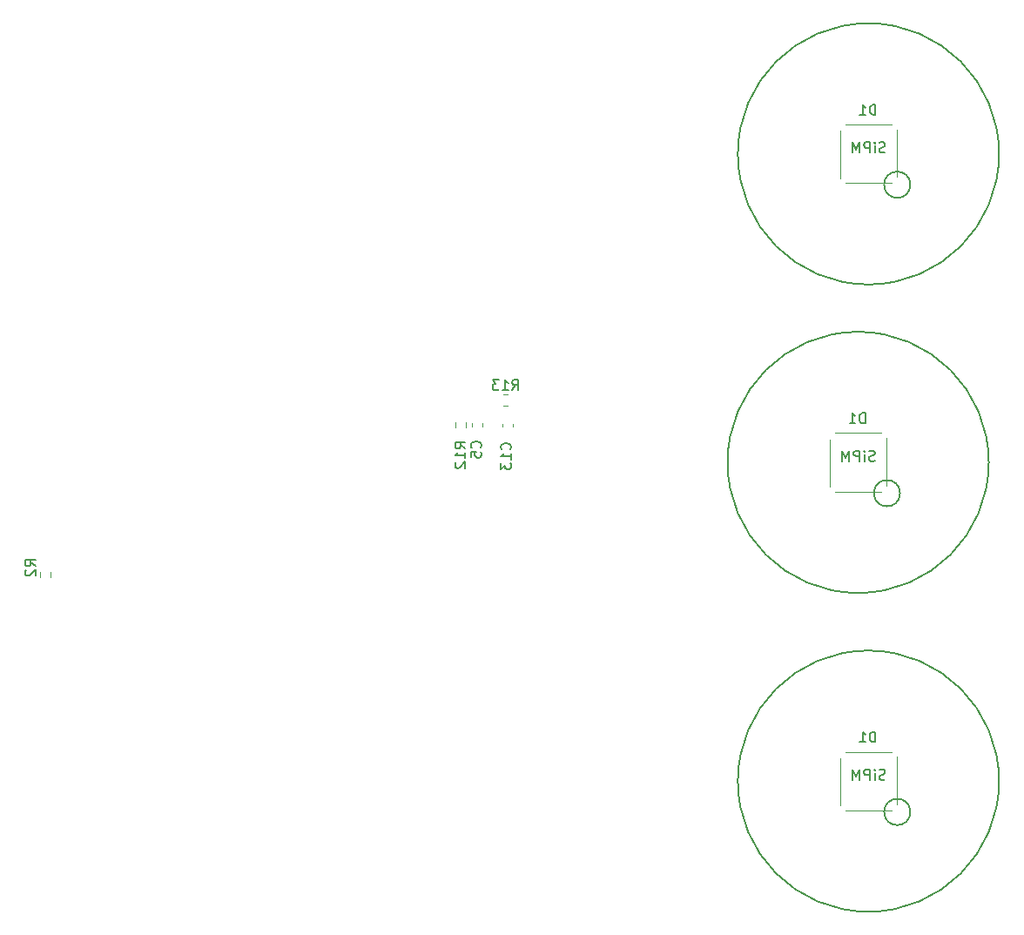
<source format=gbo>
%MOIN*%
%OFA0B0*%
%FSLAX46Y46*%
%IPPOS*%
%LPD*%
%ADD10C,0.005905511811023622*%
%ADD11C,0.0047244094488188976*%
%ADD22C,0.005905511811023622*%
%ADD23C,0.0078740157480314977*%
%ADD24C,0.0047244094488188976*%
%ADD25C,0.005905511811023622*%
%ADD26C,0.0078740157480314977*%
%ADD27C,0.0047244094488188976*%
%ADD28C,0.005905511811023622*%
%ADD29C,0.0078740157480314977*%
%ADD30C,0.0047244094488188976*%
G01*
D10*
X0002866518Y0001920978D02*
X0002868393Y0001922853D01*
X0002868393Y0001922853D02*
X0002870268Y0001928477D01*
X0002870268Y0001928477D02*
X0002870268Y0001932227D01*
X0002870268Y0001932227D02*
X0002868393Y0001937851D01*
X0002868393Y0001937851D02*
X0002864644Y0001941601D01*
X0002864644Y0001941601D02*
X0002860894Y0001943475D01*
X0002860894Y0001943475D02*
X0002853395Y0001945350D01*
X0002853395Y0001945350D02*
X0002847771Y0001945350D01*
X0002847771Y0001945350D02*
X0002840272Y0001943475D01*
X0002840272Y0001943475D02*
X0002836522Y0001941601D01*
X0002836522Y0001941601D02*
X0002832773Y0001937851D01*
X0002832773Y0001937851D02*
X0002830898Y0001932227D01*
X0002830898Y0001932227D02*
X0002830898Y0001928477D01*
X0002830898Y0001928477D02*
X0002832773Y0001922853D01*
X0002832773Y0001922853D02*
X0002834647Y0001920978D01*
X0002870268Y0001883483D02*
X0002870268Y0001905980D01*
X0002870268Y0001894731D02*
X0002830898Y0001894731D01*
X0002830898Y0001894731D02*
X0002836522Y0001898481D01*
X0002836522Y0001898481D02*
X0002840272Y0001902230D01*
X0002840272Y0001902230D02*
X0002842146Y0001905980D01*
X0002830898Y0001870359D02*
X0002830898Y0001845988D01*
X0002830898Y0001845988D02*
X0002845896Y0001859111D01*
X0002845896Y0001859111D02*
X0002845896Y0001853487D01*
X0002845896Y0001853487D02*
X0002847771Y0001849737D01*
X0002847771Y0001849737D02*
X0002849646Y0001847862D01*
X0002849646Y0001847862D02*
X0002853395Y0001845988D01*
X0002853395Y0001845988D02*
X0002862769Y0001845988D01*
X0002862769Y0001845988D02*
X0002866518Y0001847862D01*
X0002866518Y0001847862D02*
X0002868393Y0001849737D01*
X0002868393Y0001849737D02*
X0002870268Y0001853487D01*
X0002870268Y0001853487D02*
X0002870268Y0001864735D01*
X0002870268Y0001864735D02*
X0002868393Y0001868485D01*
X0002868393Y0001868485D02*
X0002866518Y0001870359D01*
X0002873734Y0002148629D02*
X0002886857Y0002167376D01*
X0002896231Y0002148629D02*
X0002896231Y0002187999D01*
X0002896231Y0002187999D02*
X0002881233Y0002187999D01*
X0002881233Y0002187999D02*
X0002877484Y0002186124D01*
X0002877484Y0002186124D02*
X0002875609Y0002184249D01*
X0002875609Y0002184249D02*
X0002873734Y0002180500D01*
X0002873734Y0002180500D02*
X0002873734Y0002174875D01*
X0002873734Y0002174875D02*
X0002875609Y0002171126D01*
X0002875609Y0002171126D02*
X0002877484Y0002169251D01*
X0002877484Y0002169251D02*
X0002881233Y0002167376D01*
X0002881233Y0002167376D02*
X0002896231Y0002167376D01*
X0002836239Y0002148629D02*
X0002858736Y0002148629D01*
X0002847487Y0002148629D02*
X0002847487Y0002187999D01*
X0002847487Y0002187999D02*
X0002851237Y0002182374D01*
X0002851237Y0002182374D02*
X0002854986Y0002178625D01*
X0002854986Y0002178625D02*
X0002858736Y0002176750D01*
X0002823115Y0002187999D02*
X0002798743Y0002187999D01*
X0002798743Y0002187999D02*
X0002811867Y0002173001D01*
X0002811867Y0002173001D02*
X0002806242Y0002173001D01*
X0002806242Y0002173001D02*
X0002802493Y0002171126D01*
X0002802493Y0002171126D02*
X0002800618Y0002169251D01*
X0002800618Y0002169251D02*
X0002798743Y0002165502D01*
X0002798743Y0002165502D02*
X0002798743Y0002156128D01*
X0002798743Y0002156128D02*
X0002800618Y0002152378D01*
X0002800618Y0002152378D02*
X0002802493Y0002150503D01*
X0002802493Y0002150503D02*
X0002806242Y0002148629D01*
X0002806242Y0002148629D02*
X0002817491Y0002148629D01*
X0002817491Y0002148629D02*
X0002821241Y0002150503D01*
X0002821241Y0002150503D02*
X0002823115Y0002152378D01*
X0002752345Y0001927821D02*
X0002754220Y0001929696D01*
X0002754220Y0001929696D02*
X0002756095Y0001935320D01*
X0002756095Y0001935320D02*
X0002756095Y0001939070D01*
X0002756095Y0001939070D02*
X0002754220Y0001944694D01*
X0002754220Y0001944694D02*
X0002750470Y0001948443D01*
X0002750470Y0001948443D02*
X0002746721Y0001950318D01*
X0002746721Y0001950318D02*
X0002739222Y0001952193D01*
X0002739222Y0001952193D02*
X0002733598Y0001952193D01*
X0002733598Y0001952193D02*
X0002726098Y0001950318D01*
X0002726098Y0001950318D02*
X0002722349Y0001948443D01*
X0002722349Y0001948443D02*
X0002718599Y0001944694D01*
X0002718599Y0001944694D02*
X0002716725Y0001939070D01*
X0002716725Y0001939070D02*
X0002716725Y0001935320D01*
X0002716725Y0001935320D02*
X0002718599Y0001929696D01*
X0002718599Y0001929696D02*
X0002720474Y0001927821D01*
X0002716725Y0001892200D02*
X0002716725Y0001910948D01*
X0002716725Y0001910948D02*
X0002735472Y0001912823D01*
X0002735472Y0001912823D02*
X0002733598Y0001910948D01*
X0002733598Y0001910948D02*
X0002731723Y0001907199D01*
X0002731723Y0001907199D02*
X0002731723Y0001897825D01*
X0002731723Y0001897825D02*
X0002733598Y0001894075D01*
X0002733598Y0001894075D02*
X0002735472Y0001892200D01*
X0002735472Y0001892200D02*
X0002739222Y0001890326D01*
X0002739222Y0001890326D02*
X0002748596Y0001890326D01*
X0002748596Y0001890326D02*
X0002752345Y0001892200D01*
X0002752345Y0001892200D02*
X0002754220Y0001894075D01*
X0002754220Y0001894075D02*
X0002756095Y0001897825D01*
X0002756095Y0001897825D02*
X0002756095Y0001907199D01*
X0002756095Y0001907199D02*
X0002754220Y0001910948D01*
X0002754220Y0001910948D02*
X0002752345Y0001912823D01*
X0001049402Y0001475065D02*
X0001030654Y0001488188D01*
X0001049402Y0001497562D02*
X0001010032Y0001497562D01*
X0001010032Y0001497562D02*
X0001010032Y0001482564D01*
X0001010032Y0001482564D02*
X0001011907Y0001478815D01*
X0001011907Y0001478815D02*
X0001013781Y0001476940D01*
X0001013781Y0001476940D02*
X0001017531Y0001475065D01*
X0001017531Y0001475065D02*
X0001023155Y0001475065D01*
X0001023155Y0001475065D02*
X0001026905Y0001476940D01*
X0001026905Y0001476940D02*
X0001028779Y0001478815D01*
X0001028779Y0001478815D02*
X0001030654Y0001482564D01*
X0001030654Y0001482564D02*
X0001030654Y0001497562D01*
X0001013781Y0001460067D02*
X0001011907Y0001458192D01*
X0001011907Y0001458192D02*
X0001010032Y0001454443D01*
X0001010032Y0001454443D02*
X0001010032Y0001445069D01*
X0001010032Y0001445069D02*
X0001011907Y0001441319D01*
X0001011907Y0001441319D02*
X0001013781Y0001439445D01*
X0001013781Y0001439445D02*
X0001017531Y0001437570D01*
X0001017531Y0001437570D02*
X0001021280Y0001437570D01*
X0001021280Y0001437570D02*
X0001026905Y0001439445D01*
X0001026905Y0001439445D02*
X0001049402Y0001461942D01*
X0001049402Y0001461942D02*
X0001049402Y0001437570D01*
X0002695071Y0001924915D02*
X0002676323Y0001938039D01*
X0002695071Y0001947412D02*
X0002655701Y0001947412D01*
X0002655701Y0001947412D02*
X0002655701Y0001932414D01*
X0002655701Y0001932414D02*
X0002657576Y0001928665D01*
X0002657576Y0001928665D02*
X0002659451Y0001926790D01*
X0002659451Y0001926790D02*
X0002663200Y0001924915D01*
X0002663200Y0001924915D02*
X0002668824Y0001924915D01*
X0002668824Y0001924915D02*
X0002672574Y0001926790D01*
X0002672574Y0001926790D02*
X0002674449Y0001928665D01*
X0002674449Y0001928665D02*
X0002676323Y0001932414D01*
X0002676323Y0001932414D02*
X0002676323Y0001947412D01*
X0002695071Y0001887420D02*
X0002695071Y0001909917D01*
X0002695071Y0001898668D02*
X0002655701Y0001898668D01*
X0002655701Y0001898668D02*
X0002661325Y0001902418D01*
X0002661325Y0001902418D02*
X0002665075Y0001906167D01*
X0002665075Y0001906167D02*
X0002666950Y0001909917D01*
X0002659451Y0001872422D02*
X0002657576Y0001870547D01*
X0002657576Y0001870547D02*
X0002655701Y0001866797D01*
X0002655701Y0001866797D02*
X0002655701Y0001857424D01*
X0002655701Y0001857424D02*
X0002657576Y0001853674D01*
X0002657576Y0001853674D02*
X0002659451Y0001851799D01*
X0002659451Y0001851799D02*
X0002663200Y0001849925D01*
X0002663200Y0001849925D02*
X0002666950Y0001849925D01*
X0002666950Y0001849925D02*
X0002672574Y0001851799D01*
X0002672574Y0001851799D02*
X0002695071Y0001874296D01*
X0002695071Y0001874296D02*
X0002695071Y0001849925D01*
D11*
X0002876377Y0002008244D02*
X0002876377Y0002019314D01*
X0002836220Y0002008244D02*
X0002836220Y0002019314D01*
X0002857766Y0002130807D02*
X0002839084Y0002130807D01*
X0002857766Y0002089665D02*
X0002839084Y0002089665D01*
X0002760236Y0002010213D02*
X0002760236Y0002021282D01*
X0002720078Y0002010213D02*
X0002720078Y0002021282D01*
X0001066043Y0001451762D02*
X0001066043Y0001433080D01*
X0001107185Y0001451762D02*
X0001107185Y0001433080D01*
X0002697736Y0002006407D02*
X0002697736Y0002025088D01*
X0002656594Y0002006407D02*
X0002656594Y0002025088D01*
G04 next file*
G04 Gerber Fmt 4.6, Leading zero omitted, Abs format (unit mm)*
G04 Created by KiCad (PCBNEW 7.0.6) date 2023-08-28 22:53:50*
G01*
G04 APERTURE LIST*
G04 APERTURE END LIST*
D22*
X0004398612Y0000533464D02*
G75*
G03*
X0004398612Y0000533464I-0000050187D01*
G01*
D23*
X0004738188Y0000651574D02*
G75*
G03*
X0004738188Y0000651574I-0000500000D01*
G01*
D22*
X0004265279Y0000800991D02*
X0004265279Y0000840361D01*
X0004265279Y0000840361D02*
X0004255905Y0000840361D01*
X0004255905Y0000840361D02*
X0004250281Y0000838486D01*
X0004250281Y0000838486D02*
X0004246531Y0000834737D01*
X0004246531Y0000834737D02*
X0004244656Y0000830987D01*
X0004244656Y0000830987D02*
X0004242782Y0000823488D01*
X0004242782Y0000823488D02*
X0004242782Y0000817864D01*
X0004242782Y0000817864D02*
X0004244656Y0000810365D01*
X0004244656Y0000810365D02*
X0004246531Y0000806615D01*
X0004246531Y0000806615D02*
X0004250281Y0000802866D01*
X0004250281Y0000802866D02*
X0004255905Y0000800991D01*
X0004255905Y0000800991D02*
X0004265279Y0000800991D01*
X0004205286Y0000800991D02*
X0004227784Y0000800991D01*
X0004216535Y0000800991D02*
X0004216535Y0000840361D01*
X0004216535Y0000840361D02*
X0004220284Y0000834737D01*
X0004220284Y0000834737D02*
X0004224034Y0000830987D01*
X0004224034Y0000830987D02*
X0004227784Y0000829112D01*
X0004301607Y0000658574D02*
X0004295983Y0000656699D01*
X0004295983Y0000656699D02*
X0004286609Y0000656699D01*
X0004286609Y0000656699D02*
X0004282860Y0000658574D01*
X0004282860Y0000658574D02*
X0004280985Y0000660449D01*
X0004280985Y0000660449D02*
X0004279110Y0000664199D01*
X0004279110Y0000664199D02*
X0004279110Y0000667948D01*
X0004279110Y0000667948D02*
X0004280985Y0000671698D01*
X0004280985Y0000671698D02*
X0004282860Y0000673572D01*
X0004282860Y0000673572D02*
X0004286609Y0000675447D01*
X0004286609Y0000675447D02*
X0004294108Y0000677322D01*
X0004294108Y0000677322D02*
X0004297858Y0000679197D01*
X0004297858Y0000679197D02*
X0004299733Y0000681071D01*
X0004299733Y0000681071D02*
X0004301607Y0000684821D01*
X0004301607Y0000684821D02*
X0004301607Y0000688571D01*
X0004301607Y0000688571D02*
X0004299733Y0000692320D01*
X0004299733Y0000692320D02*
X0004297858Y0000694195D01*
X0004297858Y0000694195D02*
X0004294108Y0000696070D01*
X0004294108Y0000696070D02*
X0004284735Y0000696070D01*
X0004284735Y0000696070D02*
X0004279110Y0000694195D01*
X0004262237Y0000656699D02*
X0004262237Y0000682946D01*
X0004262237Y0000696070D02*
X0004264112Y0000694195D01*
X0004264112Y0000694195D02*
X0004262237Y0000692320D01*
X0004262237Y0000692320D02*
X0004260363Y0000694195D01*
X0004260363Y0000694195D02*
X0004262237Y0000696070D01*
X0004262237Y0000696070D02*
X0004262237Y0000692320D01*
X0004243490Y0000656699D02*
X0004243490Y0000696070D01*
X0004243490Y0000696070D02*
X0004228492Y0000696070D01*
X0004228492Y0000696070D02*
X0004224742Y0000694195D01*
X0004224742Y0000694195D02*
X0004222867Y0000692320D01*
X0004222867Y0000692320D02*
X0004220992Y0000688571D01*
X0004220992Y0000688571D02*
X0004220992Y0000682946D01*
X0004220992Y0000682946D02*
X0004222867Y0000679197D01*
X0004222867Y0000679197D02*
X0004224742Y0000677322D01*
X0004224742Y0000677322D02*
X0004228492Y0000675447D01*
X0004228492Y0000675447D02*
X0004243490Y0000675447D01*
X0004204120Y0000656699D02*
X0004204120Y0000696070D01*
X0004204120Y0000696070D02*
X0004190996Y0000667948D01*
X0004190996Y0000667948D02*
X0004177873Y0000696070D01*
X0004177873Y0000696070D02*
X0004177873Y0000656699D01*
D24*
X0004129921Y0000740157D02*
X0004129921Y0000559055D01*
X0004149606Y0000539370D02*
X0004326771Y0000539370D01*
X0004326771Y0000763779D02*
X0004149606Y0000763779D01*
X0004346456Y0000562992D02*
X0004346456Y0000744094D01*
G04 next file*
G04 Gerber Fmt 4.6, Leading zero omitted, Abs format (unit mm)*
G04 Created by KiCad (PCBNEW 7.0.6) date 2023-08-28 22:53:50*
G01*
G04 APERTURE LIST*
G04 APERTURE END LIST*
D25*
X0004398612Y0002935039D02*
G75*
G03*
X0004398612Y0002935039I-0000050187D01*
G01*
D26*
X0004738188Y0003053149D02*
G75*
G03*
X0004738188Y0003053149I-0000500000D01*
G01*
D25*
X0004265279Y0003202566D02*
X0004265279Y0003241936D01*
X0004265279Y0003241936D02*
X0004255905Y0003241936D01*
X0004255905Y0003241936D02*
X0004250281Y0003240061D01*
X0004250281Y0003240061D02*
X0004246531Y0003236311D01*
X0004246531Y0003236311D02*
X0004244656Y0003232562D01*
X0004244656Y0003232562D02*
X0004242782Y0003225063D01*
X0004242782Y0003225063D02*
X0004242782Y0003219439D01*
X0004242782Y0003219439D02*
X0004244656Y0003211940D01*
X0004244656Y0003211940D02*
X0004246531Y0003208190D01*
X0004246531Y0003208190D02*
X0004250281Y0003204440D01*
X0004250281Y0003204440D02*
X0004255905Y0003202566D01*
X0004255905Y0003202566D02*
X0004265279Y0003202566D01*
X0004205286Y0003202566D02*
X0004227784Y0003202566D01*
X0004216535Y0003202566D02*
X0004216535Y0003241936D01*
X0004216535Y0003241936D02*
X0004220284Y0003236311D01*
X0004220284Y0003236311D02*
X0004224034Y0003232562D01*
X0004224034Y0003232562D02*
X0004227784Y0003230687D01*
X0004301607Y0003060149D02*
X0004295983Y0003058274D01*
X0004295983Y0003058274D02*
X0004286609Y0003058274D01*
X0004286609Y0003058274D02*
X0004282860Y0003060149D01*
X0004282860Y0003060149D02*
X0004280985Y0003062024D01*
X0004280985Y0003062024D02*
X0004279110Y0003065773D01*
X0004279110Y0003065773D02*
X0004279110Y0003069523D01*
X0004279110Y0003069523D02*
X0004280985Y0003073272D01*
X0004280985Y0003073272D02*
X0004282860Y0003075147D01*
X0004282860Y0003075147D02*
X0004286609Y0003077022D01*
X0004286609Y0003077022D02*
X0004294108Y0003078897D01*
X0004294108Y0003078897D02*
X0004297858Y0003080772D01*
X0004297858Y0003080772D02*
X0004299733Y0003082646D01*
X0004299733Y0003082646D02*
X0004301607Y0003086396D01*
X0004301607Y0003086396D02*
X0004301607Y0003090145D01*
X0004301607Y0003090145D02*
X0004299733Y0003093895D01*
X0004299733Y0003093895D02*
X0004297858Y0003095770D01*
X0004297858Y0003095770D02*
X0004294108Y0003097644D01*
X0004294108Y0003097644D02*
X0004284735Y0003097644D01*
X0004284735Y0003097644D02*
X0004279110Y0003095770D01*
X0004262237Y0003058274D02*
X0004262237Y0003084521D01*
X0004262237Y0003097644D02*
X0004264112Y0003095770D01*
X0004264112Y0003095770D02*
X0004262237Y0003093895D01*
X0004262237Y0003093895D02*
X0004260363Y0003095770D01*
X0004260363Y0003095770D02*
X0004262237Y0003097644D01*
X0004262237Y0003097644D02*
X0004262237Y0003093895D01*
X0004243490Y0003058274D02*
X0004243490Y0003097644D01*
X0004243490Y0003097644D02*
X0004228492Y0003097644D01*
X0004228492Y0003097644D02*
X0004224742Y0003095770D01*
X0004224742Y0003095770D02*
X0004222867Y0003093895D01*
X0004222867Y0003093895D02*
X0004220992Y0003090145D01*
X0004220992Y0003090145D02*
X0004220992Y0003084521D01*
X0004220992Y0003084521D02*
X0004222867Y0003080772D01*
X0004222867Y0003080772D02*
X0004224742Y0003078897D01*
X0004224742Y0003078897D02*
X0004228492Y0003077022D01*
X0004228492Y0003077022D02*
X0004243490Y0003077022D01*
X0004204120Y0003058274D02*
X0004204120Y0003097644D01*
X0004204120Y0003097644D02*
X0004190996Y0003069523D01*
X0004190996Y0003069523D02*
X0004177873Y0003097644D01*
X0004177873Y0003097644D02*
X0004177873Y0003058274D01*
D27*
X0004129921Y0003141732D02*
X0004129921Y0002960629D01*
X0004149606Y0002940944D02*
X0004326771Y0002940944D01*
X0004326771Y0003165354D02*
X0004149606Y0003165354D01*
X0004346456Y0002964566D02*
X0004346456Y0003145669D01*
G04 next file*
G04 Gerber Fmt 4.6, Leading zero omitted, Abs format (unit mm)*
G04 Created by KiCad (PCBNEW 7.0.6) date 2023-08-28 22:53:50*
G01*
G04 APERTURE LIST*
G04 APERTURE END LIST*
D28*
X0004359242Y0001753936D02*
G75*
G03*
X0004359242Y0001753936I-0000050187D01*
G01*
D29*
X0004698818Y0001872047D02*
G75*
G03*
X0004698818Y0001872047I-0000500000D01*
G01*
D28*
X0004225909Y0002021463D02*
X0004225909Y0002060833D01*
X0004225909Y0002060833D02*
X0004216535Y0002060833D01*
X0004216535Y0002060833D02*
X0004210911Y0002058959D01*
X0004210911Y0002058959D02*
X0004207161Y0002055209D01*
X0004207161Y0002055209D02*
X0004205286Y0002051460D01*
X0004205286Y0002051460D02*
X0004203412Y0002043960D01*
X0004203412Y0002043960D02*
X0004203412Y0002038336D01*
X0004203412Y0002038336D02*
X0004205286Y0002030837D01*
X0004205286Y0002030837D02*
X0004207161Y0002027088D01*
X0004207161Y0002027088D02*
X0004210911Y0002023338D01*
X0004210911Y0002023338D02*
X0004216535Y0002021463D01*
X0004216535Y0002021463D02*
X0004225909Y0002021463D01*
X0004165916Y0002021463D02*
X0004188413Y0002021463D01*
X0004177165Y0002021463D02*
X0004177165Y0002060833D01*
X0004177165Y0002060833D02*
X0004180914Y0002055209D01*
X0004180914Y0002055209D02*
X0004184664Y0002051460D01*
X0004184664Y0002051460D02*
X0004188413Y0002049585D01*
X0004262237Y0001879047D02*
X0004256613Y0001877172D01*
X0004256613Y0001877172D02*
X0004247239Y0001877172D01*
X0004247239Y0001877172D02*
X0004243490Y0001879047D01*
X0004243490Y0001879047D02*
X0004241615Y0001880922D01*
X0004241615Y0001880922D02*
X0004239740Y0001884671D01*
X0004239740Y0001884671D02*
X0004239740Y0001888421D01*
X0004239740Y0001888421D02*
X0004241615Y0001892170D01*
X0004241615Y0001892170D02*
X0004243490Y0001894045D01*
X0004243490Y0001894045D02*
X0004247239Y0001895920D01*
X0004247239Y0001895920D02*
X0004254738Y0001897794D01*
X0004254738Y0001897794D02*
X0004258488Y0001899669D01*
X0004258488Y0001899669D02*
X0004260363Y0001901544D01*
X0004260363Y0001901544D02*
X0004262237Y0001905293D01*
X0004262237Y0001905293D02*
X0004262237Y0001909043D01*
X0004262237Y0001909043D02*
X0004260363Y0001912792D01*
X0004260363Y0001912792D02*
X0004258488Y0001914667D01*
X0004258488Y0001914667D02*
X0004254738Y0001916542D01*
X0004254738Y0001916542D02*
X0004245364Y0001916542D01*
X0004245364Y0001916542D02*
X0004239740Y0001914667D01*
X0004222867Y0001877172D02*
X0004222867Y0001903419D01*
X0004222867Y0001916542D02*
X0004224742Y0001914667D01*
X0004224742Y0001914667D02*
X0004222867Y0001912792D01*
X0004222867Y0001912792D02*
X0004220992Y0001914667D01*
X0004220992Y0001914667D02*
X0004222867Y0001916542D01*
X0004222867Y0001916542D02*
X0004222867Y0001912792D01*
X0004204120Y0001877172D02*
X0004204120Y0001916542D01*
X0004204120Y0001916542D02*
X0004189121Y0001916542D01*
X0004189121Y0001916542D02*
X0004185372Y0001914667D01*
X0004185372Y0001914667D02*
X0004183497Y0001912792D01*
X0004183497Y0001912792D02*
X0004181622Y0001909043D01*
X0004181622Y0001909043D02*
X0004181622Y0001903419D01*
X0004181622Y0001903419D02*
X0004183497Y0001899669D01*
X0004183497Y0001899669D02*
X0004185372Y0001897794D01*
X0004185372Y0001897794D02*
X0004189121Y0001895920D01*
X0004189121Y0001895920D02*
X0004204120Y0001895920D01*
X0004164750Y0001877172D02*
X0004164750Y0001916542D01*
X0004164750Y0001916542D02*
X0004151626Y0001888421D01*
X0004151626Y0001888421D02*
X0004138503Y0001916542D01*
X0004138503Y0001916542D02*
X0004138503Y0001877172D01*
D30*
X0004090551Y0001960629D02*
X0004090551Y0001779527D01*
X0004110236Y0001759842D02*
X0004287401Y0001759842D01*
X0004287401Y0001984251D02*
X0004110236Y0001984251D01*
X0004307086Y0001783464D02*
X0004307086Y0001964566D01*
M02*
</source>
